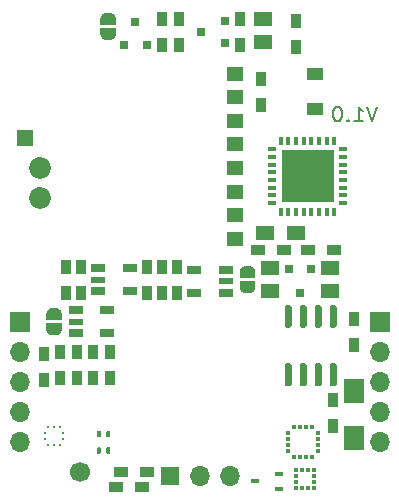
<source format=gbs>
%TF.GenerationSoftware,KiCad,Pcbnew,(5.1.12)-1*%
%TF.CreationDate,2023-02-20T19:38:16+01:00*%
%TF.ProjectId,SolarSensorTagEFM32,536f6c61-7253-4656-9e73-6f7254616745,rev?*%
%TF.SameCoordinates,Original*%
%TF.FileFunction,Soldermask,Bot*%
%TF.FilePolarity,Negative*%
%FSLAX46Y46*%
G04 Gerber Fmt 4.6, Leading zero omitted, Abs format (unit mm)*
G04 Created by KiCad (PCBNEW (5.1.12)-1) date 2023-02-20 19:38:16*
%MOMM*%
%LPD*%
G01*
G04 APERTURE LIST*
%ADD10C,0.200000*%
%ADD11C,0.100000*%
%ADD12C,2.200000*%
%ADD13R,0.700000X0.350000*%
%ADD14R,0.350000X0.700000*%
%ADD15R,1.500000X1.200000*%
%ADD16R,0.900000X1.200000*%
%ADD17R,1.400000X1.400000*%
%ADD18C,1.850000*%
%ADD19R,1.400000X1.300000*%
%ADD20R,1.200000X0.800000*%
%ADD21R,1.200000X0.650000*%
%ADD22R,1.200000X0.600000*%
%ADD23R,1.500000X1.500000*%
%ADD24O,1.700000X1.700000*%
%ADD25C,1.700000*%
%ADD26R,1.700000X2.000000*%
%ADD27R,0.800000X0.800000*%
%ADD28R,1.700000X1.700000*%
%ADD29R,1.200000X0.900000*%
%ADD30R,1.500000X1.300000*%
%ADD31R,0.250000X0.275000*%
%ADD32R,0.275000X0.250000*%
%ADD33R,1.400000X1.000000*%
%ADD34R,0.450000X0.300000*%
%ADD35R,0.300000X0.450000*%
%ADD36R,0.700000X0.450000*%
%ADD37R,0.350000X0.375000*%
%ADD38R,0.375000X0.350000*%
G04 APERTURE END LIST*
D10*
X15011161Y14400523D02*
X14594495Y13150523D01*
X14177828Y14400523D01*
X13106400Y13150523D02*
X13820685Y13150523D01*
X13463542Y13150523D02*
X13463542Y14400523D01*
X13582590Y14221952D01*
X13701638Y14102904D01*
X13820685Y14043380D01*
X12570685Y13269571D02*
X12511161Y13210047D01*
X12570685Y13150523D01*
X12630209Y13210047D01*
X12570685Y13269571D01*
X12570685Y13150523D01*
X11737352Y14400523D02*
X11618304Y14400523D01*
X11499257Y14341000D01*
X11439733Y14281476D01*
X11380209Y14162428D01*
X11320685Y13924333D01*
X11320685Y13626714D01*
X11380209Y13388619D01*
X11439733Y13269571D01*
X11499257Y13210047D01*
X11618304Y13150523D01*
X11737352Y13150523D01*
X11856400Y13210047D01*
X11915923Y13269571D01*
X11975447Y13388619D01*
X12034971Y13626714D01*
X12034971Y13924333D01*
X11975447Y14162428D01*
X11915923Y14281476D01*
X11856400Y14341000D01*
X11737352Y14400523D01*
D11*
%TO.C,IC6*%
G36*
X6944000Y6309000D02*
G01*
X6944000Y10709000D01*
X11344000Y10709000D01*
X11344000Y6309000D01*
X6944000Y6309000D01*
G37*
D12*
X8144000Y7869000D03*
D13*
X6144000Y10784000D03*
X6144000Y10134000D03*
X6144000Y9484000D03*
X6144000Y8834000D03*
X6144000Y8184000D03*
X6144000Y7534000D03*
X6144000Y6884000D03*
X6144000Y6234000D03*
D14*
X6869000Y5509000D03*
X7519000Y5509000D03*
X8169000Y5509000D03*
X8819000Y5509000D03*
X9469000Y5509000D03*
X10119000Y5509000D03*
X10769000Y5509000D03*
X11419000Y5509000D03*
D13*
X12144000Y6234000D03*
X12144000Y6884000D03*
X12144000Y7534000D03*
X12144000Y8184000D03*
X12144000Y8834000D03*
X12144000Y9484000D03*
X12144000Y10134000D03*
X12144000Y10784000D03*
D14*
X11419000Y11509000D03*
X10769000Y11509000D03*
X10119000Y11509000D03*
X9469000Y11509000D03*
X8819000Y11509000D03*
X8169000Y11509000D03*
X7519000Y11509000D03*
X6869000Y11509000D03*
%TD*%
D15*
%TO.C,D6*%
X5334000Y19878000D03*
X5334000Y21778000D03*
%TD*%
D16*
%TO.C,C13*%
X8191500Y21610500D03*
X8191500Y19410500D03*
%TD*%
D17*
%TO.C,TRX1*%
X-14800000Y11700000D03*
D18*
X-13500000Y9200000D03*
X-13500000Y6700000D03*
D19*
X3000000Y3200000D03*
X3000000Y5200000D03*
X3000000Y7200000D03*
X3000000Y9200000D03*
X3000000Y11200000D03*
X3000000Y13200000D03*
X3000000Y15200000D03*
X3000000Y17200000D03*
%TD*%
D16*
%TO.C,C12*%
X5207000Y16721000D03*
X5207000Y14521000D03*
%TD*%
%TO.C,IC_S3*%
G36*
G01*
X-8615500Y-14445800D02*
X-8440500Y-14445800D01*
G75*
G02*
X-8353000Y-14533300I0J-87500D01*
G01*
X-8353000Y-14908300D01*
G75*
G02*
X-8440500Y-14995800I-87500J0D01*
G01*
X-8615500Y-14995800D01*
G75*
G02*
X-8703000Y-14908300I0J87500D01*
G01*
X-8703000Y-14533300D01*
G75*
G02*
X-8615500Y-14445800I87500J0D01*
G01*
G37*
G36*
G01*
X-7815500Y-14445800D02*
X-7640500Y-14445800D01*
G75*
G02*
X-7553000Y-14533300I0J-87500D01*
G01*
X-7553000Y-14908300D01*
G75*
G02*
X-7640500Y-14995800I-87500J0D01*
G01*
X-7815500Y-14995800D01*
G75*
G02*
X-7903000Y-14908300I0J87500D01*
G01*
X-7903000Y-14533300D01*
G75*
G02*
X-7815500Y-14445800I87500J0D01*
G01*
G37*
G36*
G01*
X-7815500Y-13045800D02*
X-7640500Y-13045800D01*
G75*
G02*
X-7553000Y-13133300I0J-87500D01*
G01*
X-7553000Y-13508300D01*
G75*
G02*
X-7640500Y-13595800I-87500J0D01*
G01*
X-7815500Y-13595800D01*
G75*
G02*
X-7903000Y-13508300I0J87500D01*
G01*
X-7903000Y-13133300D01*
G75*
G02*
X-7815500Y-13045800I87500J0D01*
G01*
G37*
G36*
G01*
X-8615500Y-13045800D02*
X-8440500Y-13045800D01*
G75*
G02*
X-8353000Y-13133300I0J-87500D01*
G01*
X-8353000Y-13508300D01*
G75*
G02*
X-8440500Y-13595800I-87500J0D01*
G01*
X-8615500Y-13595800D01*
G75*
G02*
X-8703000Y-13508300I0J87500D01*
G01*
X-8703000Y-13133300D01*
G75*
G02*
X-8615500Y-13045800I87500J0D01*
G01*
G37*
%TD*%
D20*
%TO.C,IC4*%
X-5889000Y-1204000D03*
X-5889000Y696000D03*
D21*
X-8589000Y696000D03*
D22*
X-8589000Y-254000D03*
D21*
X-8589000Y-1204000D03*
%TD*%
D23*
%TO.C,D4*%
X-2540000Y-16891000D03*
D24*
X0Y-16891000D03*
X2540000Y-16891000D03*
%TD*%
D25*
%TO.C,J2*%
X-10160000Y-16510000D03*
%TD*%
D11*
%TO.C,JP1*%
G36*
X-11669602Y-4460000D02*
G01*
X-11669602Y-4484534D01*
X-11674412Y-4533365D01*
X-11683984Y-4581490D01*
X-11698228Y-4628445D01*
X-11717005Y-4673778D01*
X-11740136Y-4717051D01*
X-11767396Y-4757850D01*
X-11798524Y-4795779D01*
X-11833221Y-4830476D01*
X-11871150Y-4861604D01*
X-11911949Y-4888864D01*
X-11955222Y-4911995D01*
X-12000555Y-4930772D01*
X-12047510Y-4945016D01*
X-12095635Y-4954588D01*
X-12119000Y-4956890D01*
X-12119000Y-4960000D01*
X-12519000Y-4960000D01*
X-12519000Y-4956890D01*
X-12542365Y-4954588D01*
X-12590490Y-4945016D01*
X-12637445Y-4930772D01*
X-12682778Y-4911995D01*
X-12726051Y-4888864D01*
X-12766850Y-4861604D01*
X-12804779Y-4830476D01*
X-12839476Y-4795779D01*
X-12870604Y-4757850D01*
X-12897864Y-4717051D01*
X-12920995Y-4673778D01*
X-12939772Y-4628445D01*
X-12954016Y-4581490D01*
X-12963588Y-4533365D01*
X-12968398Y-4484534D01*
X-12968398Y-4460000D01*
X-12969000Y-4460000D01*
X-12969000Y-3960000D01*
X-11669000Y-3960000D01*
X-11669000Y-4460000D01*
X-11669602Y-4460000D01*
G37*
G36*
X-12969000Y-3660000D02*
G01*
X-12969000Y-3160000D01*
X-12968398Y-3160000D01*
X-12968398Y-3135466D01*
X-12963588Y-3086635D01*
X-12954016Y-3038510D01*
X-12939772Y-2991555D01*
X-12920995Y-2946222D01*
X-12897864Y-2902949D01*
X-12870604Y-2862150D01*
X-12839476Y-2824221D01*
X-12804779Y-2789524D01*
X-12766850Y-2758396D01*
X-12726051Y-2731136D01*
X-12682778Y-2708005D01*
X-12637445Y-2689228D01*
X-12590490Y-2674984D01*
X-12542365Y-2665412D01*
X-12519000Y-2663110D01*
X-12519000Y-2660000D01*
X-12119000Y-2660000D01*
X-12119000Y-2663110D01*
X-12095635Y-2665412D01*
X-12047510Y-2674984D01*
X-12000555Y-2689228D01*
X-11955222Y-2708005D01*
X-11911949Y-2731136D01*
X-11871150Y-2758396D01*
X-11833221Y-2789524D01*
X-11798524Y-2824221D01*
X-11767396Y-2862150D01*
X-11740136Y-2902949D01*
X-11717005Y-2946222D01*
X-11698228Y-2991555D01*
X-11683984Y-3038510D01*
X-11674412Y-3086635D01*
X-11669602Y-3135466D01*
X-11669602Y-3160000D01*
X-11669000Y-3160000D01*
X-11669000Y-3660000D01*
X-12969000Y-3660000D01*
G37*
%TD*%
%TO.C,JP3*%
G36*
X3414602Y396000D02*
G01*
X3414602Y420534D01*
X3419412Y469365D01*
X3428984Y517490D01*
X3443228Y564445D01*
X3462005Y609778D01*
X3485136Y653051D01*
X3512396Y693850D01*
X3543524Y731779D01*
X3578221Y766476D01*
X3616150Y797604D01*
X3656949Y824864D01*
X3700222Y847995D01*
X3745555Y866772D01*
X3792510Y881016D01*
X3840635Y890588D01*
X3864000Y892890D01*
X3864000Y896000D01*
X4264000Y896000D01*
X4264000Y892890D01*
X4287365Y890588D01*
X4335490Y881016D01*
X4382445Y866772D01*
X4427778Y847995D01*
X4471051Y824864D01*
X4511850Y797604D01*
X4549779Y766476D01*
X4584476Y731779D01*
X4615604Y693850D01*
X4642864Y653051D01*
X4665995Y609778D01*
X4684772Y564445D01*
X4699016Y517490D01*
X4708588Y469365D01*
X4713398Y420534D01*
X4713398Y396000D01*
X4714000Y396000D01*
X4714000Y-104000D01*
X3414000Y-104000D01*
X3414000Y396000D01*
X3414602Y396000D01*
G37*
G36*
X4714000Y-404000D02*
G01*
X4714000Y-904000D01*
X4713398Y-904000D01*
X4713398Y-928534D01*
X4708588Y-977365D01*
X4699016Y-1025490D01*
X4684772Y-1072445D01*
X4665995Y-1117778D01*
X4642864Y-1161051D01*
X4615604Y-1201850D01*
X4584476Y-1239779D01*
X4549779Y-1274476D01*
X4511850Y-1305604D01*
X4471051Y-1332864D01*
X4427778Y-1355995D01*
X4382445Y-1374772D01*
X4335490Y-1389016D01*
X4287365Y-1398588D01*
X4264000Y-1400890D01*
X4264000Y-1404000D01*
X3864000Y-1404000D01*
X3864000Y-1400890D01*
X3840635Y-1398588D01*
X3792510Y-1389016D01*
X3745555Y-1374772D01*
X3700222Y-1355995D01*
X3656949Y-1332864D01*
X3616150Y-1305604D01*
X3578221Y-1274476D01*
X3543524Y-1239779D01*
X3512396Y-1201850D01*
X3485136Y-1161051D01*
X3462005Y-1117778D01*
X3443228Y-1072445D01*
X3428984Y-1025490D01*
X3419412Y-977365D01*
X3414602Y-928534D01*
X3414602Y-904000D01*
X3414000Y-904000D01*
X3414000Y-404000D01*
X4714000Y-404000D01*
G37*
%TD*%
%TO.C,JP2*%
G36*
X-8396398Y21850000D02*
G01*
X-8396398Y21874534D01*
X-8391588Y21923365D01*
X-8382016Y21971490D01*
X-8367772Y22018445D01*
X-8348995Y22063778D01*
X-8325864Y22107051D01*
X-8298604Y22147850D01*
X-8267476Y22185779D01*
X-8232779Y22220476D01*
X-8194850Y22251604D01*
X-8154051Y22278864D01*
X-8110778Y22301995D01*
X-8065445Y22320772D01*
X-8018490Y22335016D01*
X-7970365Y22344588D01*
X-7947000Y22346890D01*
X-7947000Y22350000D01*
X-7547000Y22350000D01*
X-7547000Y22346890D01*
X-7523635Y22344588D01*
X-7475510Y22335016D01*
X-7428555Y22320772D01*
X-7383222Y22301995D01*
X-7339949Y22278864D01*
X-7299150Y22251604D01*
X-7261221Y22220476D01*
X-7226524Y22185779D01*
X-7195396Y22147850D01*
X-7168136Y22107051D01*
X-7145005Y22063778D01*
X-7126228Y22018445D01*
X-7111984Y21971490D01*
X-7102412Y21923365D01*
X-7097602Y21874534D01*
X-7097602Y21850000D01*
X-7097000Y21850000D01*
X-7097000Y21350000D01*
X-8397000Y21350000D01*
X-8397000Y21850000D01*
X-8396398Y21850000D01*
G37*
G36*
X-7097000Y21050000D02*
G01*
X-7097000Y20550000D01*
X-7097602Y20550000D01*
X-7097602Y20525466D01*
X-7102412Y20476635D01*
X-7111984Y20428510D01*
X-7126228Y20381555D01*
X-7145005Y20336222D01*
X-7168136Y20292949D01*
X-7195396Y20252150D01*
X-7226524Y20214221D01*
X-7261221Y20179524D01*
X-7299150Y20148396D01*
X-7339949Y20121136D01*
X-7383222Y20098005D01*
X-7428555Y20079228D01*
X-7475510Y20064984D01*
X-7523635Y20055412D01*
X-7547000Y20053110D01*
X-7547000Y20050000D01*
X-7947000Y20050000D01*
X-7947000Y20053110D01*
X-7970365Y20055412D01*
X-8018490Y20064984D01*
X-8065445Y20079228D01*
X-8110778Y20098005D01*
X-8154051Y20121136D01*
X-8194850Y20148396D01*
X-8232779Y20179524D01*
X-8267476Y20214221D01*
X-8298604Y20252150D01*
X-8325864Y20292949D01*
X-8348995Y20336222D01*
X-8367772Y20381555D01*
X-8382016Y20428510D01*
X-8391588Y20476635D01*
X-8396398Y20525466D01*
X-8396398Y20550000D01*
X-8397000Y20550000D01*
X-8397000Y21050000D01*
X-7097000Y21050000D01*
G37*
%TD*%
D26*
%TO.C,C_S61_2*%
X13055600Y-9684000D03*
X13055600Y-13684000D03*
%TD*%
D27*
%TO.C,Q1*%
X117600Y20701000D03*
X2117600Y19751000D03*
X2117600Y21651000D03*
%TD*%
%TO.C,D2*%
X8509000Y-1381000D03*
X9459000Y619000D03*
X7559000Y619000D03*
%TD*%
%TO.C,D3*%
X-5435600Y21574000D03*
X-6385600Y19574000D03*
X-4485600Y19574000D03*
%TD*%
D28*
%TO.C,J1*%
X-15240000Y-3810000D03*
D24*
X-15240000Y-6350000D03*
X-15240000Y-8890000D03*
X-15240000Y-11430000D03*
X-15240000Y-13970000D03*
%TD*%
D28*
%TO.C,J5*%
X15240000Y-3810000D03*
D24*
X15240000Y-6350000D03*
X15240000Y-8890000D03*
X15240000Y-11430000D03*
X15240000Y-13970000D03*
%TD*%
D16*
%TO.C,R14*%
X-1905000Y846000D03*
X-1905000Y-1354000D03*
%TD*%
%TO.C,R5*%
X-7620000Y-6367600D03*
X-7620000Y-8567600D03*
%TD*%
%TO.C,R4*%
X-9017000Y-6367600D03*
X-9017000Y-8567600D03*
%TD*%
%TO.C,R9*%
X-1727200Y19601000D03*
X-1727200Y21801000D03*
%TD*%
%TO.C,R8*%
X3454400Y21801000D03*
X3454400Y19601000D03*
%TD*%
%TO.C,R7*%
X-11303000Y-1354000D03*
X-11303000Y846000D03*
%TD*%
%TO.C,R6*%
X-10033000Y-1354000D03*
X-10033000Y846000D03*
%TD*%
D29*
%TO.C,R12*%
X-4869000Y-17780000D03*
X-7069000Y-17780000D03*
%TD*%
%TO.C,R11*%
X-4488000Y-16510000D03*
X-6688000Y-16510000D03*
%TD*%
D16*
%TO.C,R10*%
X13081000Y-5799000D03*
X13081000Y-3599000D03*
%TD*%
%TO.C,R13*%
X-13208000Y-6570800D03*
X-13208000Y-8770800D03*
%TD*%
%TO.C,C_S8*%
X11303000Y-10457000D03*
X11303000Y-12657000D03*
%TD*%
%TO.C,C11*%
X-3175000Y846000D03*
X-3175000Y-1354000D03*
%TD*%
%TO.C,C10*%
X-4445000Y846000D03*
X-4445000Y-1354000D03*
%TD*%
%TO.C,C2*%
X-11811000Y-6367600D03*
X-11811000Y-8567600D03*
%TD*%
%TO.C,C1*%
X-10414000Y-6367600D03*
X-10414000Y-8567600D03*
%TD*%
D29*
%TO.C,C6*%
X9187000Y2286000D03*
X11387000Y2286000D03*
%TD*%
%TO.C,C5*%
X7132500Y2286000D03*
X4932500Y2286000D03*
%TD*%
D16*
%TO.C,C3*%
X-3149600Y19601000D03*
X-3149600Y21801000D03*
%TD*%
D30*
%TO.C,C7*%
X8208000Y3708400D03*
X5508000Y3708400D03*
%TD*%
D31*
%TO.C,IC_S5*%
X-12319000Y-12700000D03*
X-12819000Y-12700000D03*
D32*
X-13081500Y-13208000D03*
X-13081500Y-13712000D03*
D31*
X-12819000Y-14224000D03*
X-12319000Y-14224000D03*
X-11819000Y-14224500D03*
D32*
X-11556500Y-13712000D03*
D31*
X-11819000Y-12699500D03*
D32*
X-11556500Y-13212000D03*
%TD*%
D20*
%TO.C,IC7*%
X-461000Y543600D03*
X-461000Y-1356400D03*
D21*
X2239000Y-1356400D03*
D22*
X2239000Y-406400D03*
D21*
X2239000Y543600D03*
%TD*%
D20*
%TO.C,IC2*%
X-7794000Y-4760000D03*
X-7794000Y-2860000D03*
D21*
X-10494000Y-2860000D03*
D22*
X-10494000Y-3810000D03*
D21*
X-10494000Y-4760000D03*
%TD*%
D33*
%TO.C,Y1*%
X9753600Y17197200D03*
X9753600Y14197200D03*
%TD*%
D15*
%TO.C,D5*%
X11049000Y696000D03*
X11049000Y-1204000D03*
%TD*%
%TO.C,D1*%
X5969000Y-1204000D03*
X5969000Y696000D03*
%TD*%
D34*
%TO.C,IC_S6*%
X10038000Y-13720000D03*
X10038000Y-14220000D03*
X10038000Y-14720000D03*
X10038000Y-13220000D03*
D35*
X8013000Y-12695000D03*
X9013000Y-12695000D03*
X8513000Y-12695000D03*
X9513000Y-12695000D03*
D34*
X7488000Y-13220000D03*
X7488000Y-13720000D03*
X7488000Y-14220000D03*
X7488000Y-14720000D03*
D35*
X9013000Y-15245000D03*
X8513000Y-15245000D03*
X8013000Y-15245000D03*
X9513000Y-15245000D03*
%TD*%
D36*
%TO.C,D_S78*%
X4715000Y-17322800D03*
X6715000Y-17972800D03*
X6715000Y-16672800D03*
%TD*%
D37*
%TO.C,IC_S7*%
X8640000Y-17907500D03*
X9140000Y-17907500D03*
X9140000Y-16382500D03*
X8640000Y-16382500D03*
D38*
X9652500Y-17895000D03*
X8127500Y-17895000D03*
X9652500Y-16395000D03*
X8127500Y-16395000D03*
X9652500Y-16895000D03*
X9652500Y-17395000D03*
X8127500Y-16895000D03*
X8127500Y-17395000D03*
%TD*%
%TO.C,IC3*%
G36*
G01*
X11453000Y-4342000D02*
X11153000Y-4342000D01*
G75*
G02*
X11003000Y-4192000I0J150000D01*
G01*
X11003000Y-2542000D01*
G75*
G02*
X11153000Y-2392000I150000J0D01*
G01*
X11453000Y-2392000D01*
G75*
G02*
X11603000Y-2542000I0J-150000D01*
G01*
X11603000Y-4192000D01*
G75*
G02*
X11453000Y-4342000I-150000J0D01*
G01*
G37*
G36*
G01*
X10183000Y-4342000D02*
X9883000Y-4342000D01*
G75*
G02*
X9733000Y-4192000I0J150000D01*
G01*
X9733000Y-2542000D01*
G75*
G02*
X9883000Y-2392000I150000J0D01*
G01*
X10183000Y-2392000D01*
G75*
G02*
X10333000Y-2542000I0J-150000D01*
G01*
X10333000Y-4192000D01*
G75*
G02*
X10183000Y-4342000I-150000J0D01*
G01*
G37*
G36*
G01*
X8913000Y-4342000D02*
X8613000Y-4342000D01*
G75*
G02*
X8463000Y-4192000I0J150000D01*
G01*
X8463000Y-2542000D01*
G75*
G02*
X8613000Y-2392000I150000J0D01*
G01*
X8913000Y-2392000D01*
G75*
G02*
X9063000Y-2542000I0J-150000D01*
G01*
X9063000Y-4192000D01*
G75*
G02*
X8913000Y-4342000I-150000J0D01*
G01*
G37*
G36*
G01*
X7643000Y-4342000D02*
X7343000Y-4342000D01*
G75*
G02*
X7193000Y-4192000I0J150000D01*
G01*
X7193000Y-2542000D01*
G75*
G02*
X7343000Y-2392000I150000J0D01*
G01*
X7643000Y-2392000D01*
G75*
G02*
X7793000Y-2542000I0J-150000D01*
G01*
X7793000Y-4192000D01*
G75*
G02*
X7643000Y-4342000I-150000J0D01*
G01*
G37*
G36*
G01*
X7643000Y-9292000D02*
X7343000Y-9292000D01*
G75*
G02*
X7193000Y-9142000I0J150000D01*
G01*
X7193000Y-7492000D01*
G75*
G02*
X7343000Y-7342000I150000J0D01*
G01*
X7643000Y-7342000D01*
G75*
G02*
X7793000Y-7492000I0J-150000D01*
G01*
X7793000Y-9142000D01*
G75*
G02*
X7643000Y-9292000I-150000J0D01*
G01*
G37*
G36*
G01*
X8913000Y-9292000D02*
X8613000Y-9292000D01*
G75*
G02*
X8463000Y-9142000I0J150000D01*
G01*
X8463000Y-7492000D01*
G75*
G02*
X8613000Y-7342000I150000J0D01*
G01*
X8913000Y-7342000D01*
G75*
G02*
X9063000Y-7492000I0J-150000D01*
G01*
X9063000Y-9142000D01*
G75*
G02*
X8913000Y-9292000I-150000J0D01*
G01*
G37*
G36*
G01*
X10183000Y-9292000D02*
X9883000Y-9292000D01*
G75*
G02*
X9733000Y-9142000I0J150000D01*
G01*
X9733000Y-7492000D01*
G75*
G02*
X9883000Y-7342000I150000J0D01*
G01*
X10183000Y-7342000D01*
G75*
G02*
X10333000Y-7492000I0J-150000D01*
G01*
X10333000Y-9142000D01*
G75*
G02*
X10183000Y-9292000I-150000J0D01*
G01*
G37*
G36*
G01*
X11453000Y-9292000D02*
X11153000Y-9292000D01*
G75*
G02*
X11003000Y-9142000I0J150000D01*
G01*
X11003000Y-7492000D01*
G75*
G02*
X11153000Y-7342000I150000J0D01*
G01*
X11453000Y-7342000D01*
G75*
G02*
X11603000Y-7492000I0J-150000D01*
G01*
X11603000Y-9142000D01*
G75*
G02*
X11453000Y-9292000I-150000J0D01*
G01*
G37*
%TD*%
M02*

</source>
